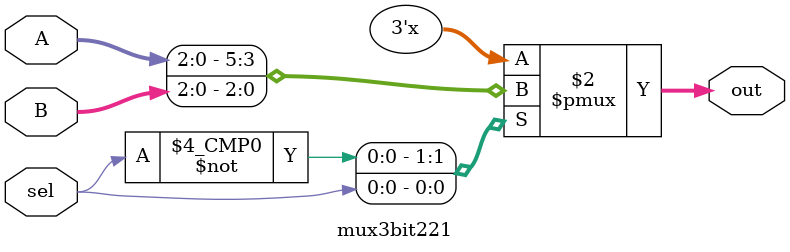
<source format=v>
module mux3bit221(
    input [2:0] A,
    input [2:0] B,
    input sel,
    output reg [2:0] out
);

always @(*) begin
    case (sel)
        0: out = A;
        1: out = B;
        default: out = A;
    endcase
end

endmodule

</source>
